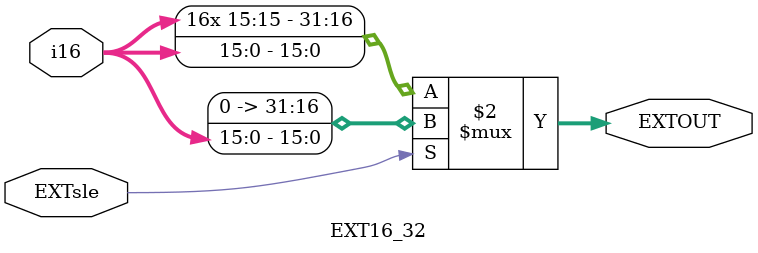
<source format=v>
`timescale 1ns / 1ps
module EXT16_32(
	input [15:0] i16,
	input EXTsle,
	output [31:0] EXTOUT
    );
	 
	assign EXTOUT= EXTsle==1? {{16{1'b0}},i16}:{{16{i16[15]}},i16};
	//16Î»-32Î»À©Õ¹Æ÷£¬ÓÃ·¨Óëµ¥ÖÜÆÚÀàËÆ

endmodule

</source>
